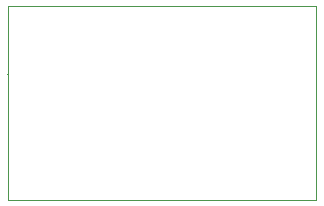
<source format=gbr>
%TF.GenerationSoftware,KiCad,Pcbnew,9.0.0*%
%TF.CreationDate,2025-04-22T13:37:35+01:00*%
%TF.ProjectId,vm_rotary_button_0.3,766d5f72-6f74-4617-9279-5f627574746f,v0.3*%
%TF.SameCoordinates,PX5742de0PY47868c0*%
%TF.FileFunction,Other,User*%
%FSLAX45Y45*%
G04 Gerber Fmt 4.5, Leading zero omitted, Abs format (unit mm)*
G04 Created by KiCad (PCBNEW 9.0.0) date 2025-04-22 13:37:35*
%MOMM*%
%LPD*%
G01*
G04 APERTURE LIST*
%ADD10C,0.100000*%
%ADD11C,0.160000*%
%ADD12C,0.130000*%
%ADD13C,0.140000*%
%ADD14C,0.170000*%
%ADD15C,0.120000*%
%ADD16C,0.110000*%
G04 APERTURE END LIST*
D10*
X-1300000Y825000D02*
X1300000Y825000D01*
X1300000Y-825000D01*
X-1300000Y-825000D01*
X-1300000Y825000D01*
D11*
%TO.C,GS5*%
X-450000Y825000D02*
X-450000Y825000D01*
D12*
%TO.C,GS3*%
X-1300000Y250000D02*
X-1300000Y250000D01*
D13*
%TO.C,GS4*%
X-650000Y825000D02*
X-650000Y825000D01*
D14*
%TO.C,GS6*%
X-850000Y825000D02*
X-850000Y825000D01*
D15*
%TO.C,GS2*%
X-1300000Y-250000D02*
X-1300000Y-250000D01*
D16*
%TO.C,GS1*%
X-1300000Y0D02*
X-1300000Y0D01*
%TD*%
M02*

</source>
